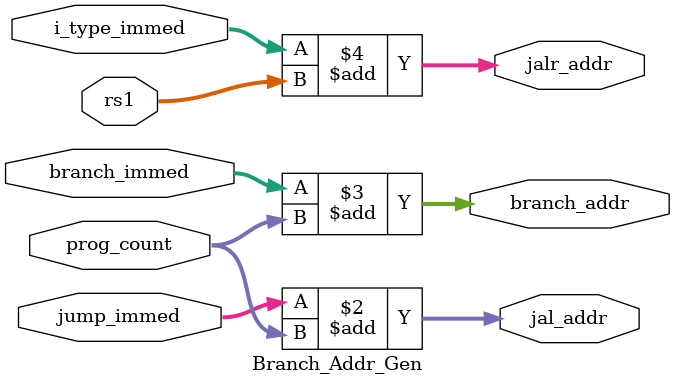
<source format=v>
`timescale 1ns / 1ps


module Branch_Addr_Gen (
    input      [31:0] rs1, 
    input      [31:0] i_type_immed, 
    input      [31:0] branch_immed, 
    input      [31:0] jump_immed, 
    input      [31:0] prog_count,
    output reg [31:0] jal_addr, 
    output reg [31:0] branch_addr, 
    output reg [31:0] jalr_addr
);
    
    always @(*) begin
        jal_addr    = jump_immed   + prog_count;
        branch_addr = branch_immed + prog_count;
        jalr_addr   = i_type_immed + rs1;
    end

endmodule

</source>
